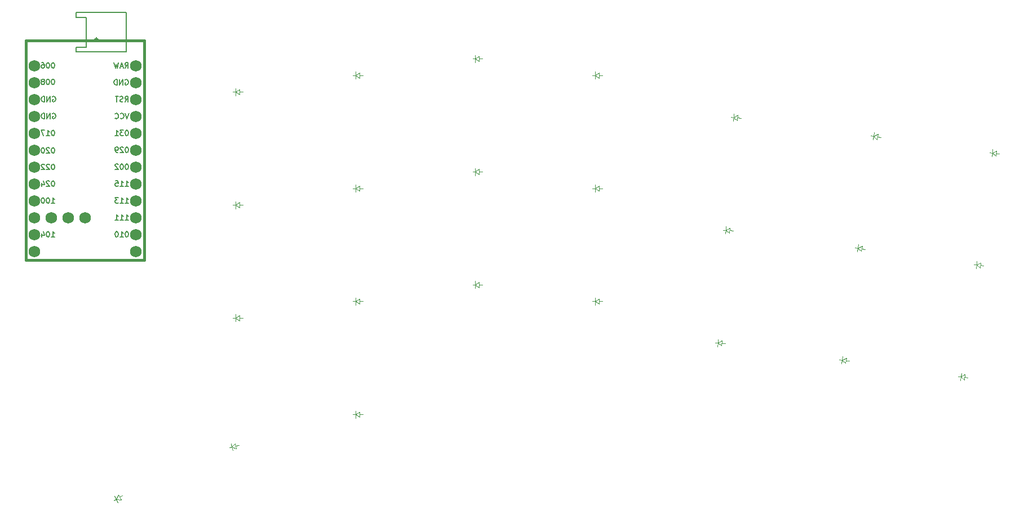
<source format=gbr>
%TF.GenerationSoftware,KiCad,Pcbnew,9.0.3*%
%TF.CreationDate,2025-07-25T16:12:42+02:00*%
%TF.ProjectId,right_pcb,72696768-745f-4706-9362-2e6b69636164,v1.0.0*%
%TF.SameCoordinates,Original*%
%TF.FileFunction,Legend,Bot*%
%TF.FilePolarity,Positive*%
%FSLAX46Y46*%
G04 Gerber Fmt 4.6, Leading zero omitted, Abs format (unit mm)*
G04 Created by KiCad (PCBNEW 9.0.3) date 2025-07-25 16:12:42*
%MOMM*%
%LPD*%
G01*
G04 APERTURE LIST*
%ADD10C,0.150000*%
%ADD11C,0.100000*%
%ADD12C,0.381000*%
%ADD13C,1.752600*%
G04 APERTURE END LIST*
D10*
X253680954Y-103821327D02*
X253604764Y-103821327D01*
X253604764Y-103821327D02*
X253528573Y-103859422D01*
X253528573Y-103859422D02*
X253490478Y-103897517D01*
X253490478Y-103897517D02*
X253452383Y-103973708D01*
X253452383Y-103973708D02*
X253414288Y-104126089D01*
X253414288Y-104126089D02*
X253414288Y-104316565D01*
X253414288Y-104316565D02*
X253452383Y-104468946D01*
X253452383Y-104468946D02*
X253490478Y-104545136D01*
X253490478Y-104545136D02*
X253528573Y-104583232D01*
X253528573Y-104583232D02*
X253604764Y-104621327D01*
X253604764Y-104621327D02*
X253680954Y-104621327D01*
X253680954Y-104621327D02*
X253757145Y-104583232D01*
X253757145Y-104583232D02*
X253795240Y-104545136D01*
X253795240Y-104545136D02*
X253833335Y-104468946D01*
X253833335Y-104468946D02*
X253871431Y-104316565D01*
X253871431Y-104316565D02*
X253871431Y-104126089D01*
X253871431Y-104126089D02*
X253833335Y-103973708D01*
X253833335Y-103973708D02*
X253795240Y-103897517D01*
X253795240Y-103897517D02*
X253757145Y-103859422D01*
X253757145Y-103859422D02*
X253680954Y-103821327D01*
X253109526Y-103897517D02*
X253071430Y-103859422D01*
X253071430Y-103859422D02*
X252995240Y-103821327D01*
X252995240Y-103821327D02*
X252804764Y-103821327D01*
X252804764Y-103821327D02*
X252728573Y-103859422D01*
X252728573Y-103859422D02*
X252690478Y-103897517D01*
X252690478Y-103897517D02*
X252652383Y-103973708D01*
X252652383Y-103973708D02*
X252652383Y-104049898D01*
X252652383Y-104049898D02*
X252690478Y-104164184D01*
X252690478Y-104164184D02*
X253147621Y-104621327D01*
X253147621Y-104621327D02*
X252652383Y-104621327D01*
X252271430Y-104621327D02*
X252119049Y-104621327D01*
X252119049Y-104621327D02*
X252042859Y-104583232D01*
X252042859Y-104583232D02*
X252004763Y-104545136D01*
X252004763Y-104545136D02*
X251928573Y-104430851D01*
X251928573Y-104430851D02*
X251890478Y-104278470D01*
X251890478Y-104278470D02*
X251890478Y-103973708D01*
X251890478Y-103973708D02*
X251928573Y-103897517D01*
X251928573Y-103897517D02*
X251966668Y-103859422D01*
X251966668Y-103859422D02*
X252042859Y-103821327D01*
X252042859Y-103821327D02*
X252195240Y-103821327D01*
X252195240Y-103821327D02*
X252271430Y-103859422D01*
X252271430Y-103859422D02*
X252309525Y-103897517D01*
X252309525Y-103897517D02*
X252347621Y-103973708D01*
X252347621Y-103973708D02*
X252347621Y-104164184D01*
X252347621Y-104164184D02*
X252309525Y-104240374D01*
X252309525Y-104240374D02*
X252271430Y-104278470D01*
X252271430Y-104278470D02*
X252195240Y-104316565D01*
X252195240Y-104316565D02*
X252042859Y-104316565D01*
X252042859Y-104316565D02*
X251966668Y-104278470D01*
X251966668Y-104278470D02*
X251928573Y-104240374D01*
X251928573Y-104240374D02*
X251890478Y-104164184D01*
X253369859Y-91921327D02*
X253636526Y-91540374D01*
X253827002Y-91921327D02*
X253827002Y-91121327D01*
X253827002Y-91121327D02*
X253522240Y-91121327D01*
X253522240Y-91121327D02*
X253446050Y-91159422D01*
X253446050Y-91159422D02*
X253407955Y-91197517D01*
X253407955Y-91197517D02*
X253369859Y-91273708D01*
X253369859Y-91273708D02*
X253369859Y-91387993D01*
X253369859Y-91387993D02*
X253407955Y-91464184D01*
X253407955Y-91464184D02*
X253446050Y-91502279D01*
X253446050Y-91502279D02*
X253522240Y-91540374D01*
X253522240Y-91540374D02*
X253827002Y-91540374D01*
X253065098Y-91692755D02*
X252684145Y-91692755D01*
X253141288Y-91921327D02*
X252874621Y-91121327D01*
X252874621Y-91121327D02*
X252607955Y-91921327D01*
X252417479Y-91121327D02*
X252227003Y-91921327D01*
X252227003Y-91921327D02*
X252074622Y-91349898D01*
X252074622Y-91349898D02*
X251922241Y-91921327D01*
X251922241Y-91921327D02*
X251731765Y-91121327D01*
X242339907Y-112241327D02*
X242797050Y-112241327D01*
X242568478Y-112241327D02*
X242568478Y-111441327D01*
X242568478Y-111441327D02*
X242644669Y-111555612D01*
X242644669Y-111555612D02*
X242720859Y-111631803D01*
X242720859Y-111631803D02*
X242797050Y-111669898D01*
X241844668Y-111441327D02*
X241768478Y-111441327D01*
X241768478Y-111441327D02*
X241692287Y-111479422D01*
X241692287Y-111479422D02*
X241654192Y-111517517D01*
X241654192Y-111517517D02*
X241616097Y-111593708D01*
X241616097Y-111593708D02*
X241578002Y-111746089D01*
X241578002Y-111746089D02*
X241578002Y-111936565D01*
X241578002Y-111936565D02*
X241616097Y-112088946D01*
X241616097Y-112088946D02*
X241654192Y-112165136D01*
X241654192Y-112165136D02*
X241692287Y-112203232D01*
X241692287Y-112203232D02*
X241768478Y-112241327D01*
X241768478Y-112241327D02*
X241844668Y-112241327D01*
X241844668Y-112241327D02*
X241920859Y-112203232D01*
X241920859Y-112203232D02*
X241958954Y-112165136D01*
X241958954Y-112165136D02*
X241997049Y-112088946D01*
X241997049Y-112088946D02*
X242035145Y-111936565D01*
X242035145Y-111936565D02*
X242035145Y-111746089D01*
X242035145Y-111746089D02*
X241997049Y-111593708D01*
X241997049Y-111593708D02*
X241958954Y-111517517D01*
X241958954Y-111517517D02*
X241920859Y-111479422D01*
X241920859Y-111479422D02*
X241844668Y-111441327D01*
X241082763Y-111441327D02*
X241006573Y-111441327D01*
X241006573Y-111441327D02*
X240930382Y-111479422D01*
X240930382Y-111479422D02*
X240892287Y-111517517D01*
X240892287Y-111517517D02*
X240854192Y-111593708D01*
X240854192Y-111593708D02*
X240816097Y-111746089D01*
X240816097Y-111746089D02*
X240816097Y-111936565D01*
X240816097Y-111936565D02*
X240854192Y-112088946D01*
X240854192Y-112088946D02*
X240892287Y-112165136D01*
X240892287Y-112165136D02*
X240930382Y-112203232D01*
X240930382Y-112203232D02*
X241006573Y-112241327D01*
X241006573Y-112241327D02*
X241082763Y-112241327D01*
X241082763Y-112241327D02*
X241158954Y-112203232D01*
X241158954Y-112203232D02*
X241197049Y-112165136D01*
X241197049Y-112165136D02*
X241235144Y-112088946D01*
X241235144Y-112088946D02*
X241273240Y-111936565D01*
X241273240Y-111936565D02*
X241273240Y-111746089D01*
X241273240Y-111746089D02*
X241235144Y-111593708D01*
X241235144Y-111593708D02*
X241197049Y-111517517D01*
X241197049Y-111517517D02*
X241158954Y-111479422D01*
X241158954Y-111479422D02*
X241082763Y-111441327D01*
X242606573Y-106391329D02*
X242530383Y-106391329D01*
X242530383Y-106391329D02*
X242454192Y-106429424D01*
X242454192Y-106429424D02*
X242416097Y-106467519D01*
X242416097Y-106467519D02*
X242378002Y-106543710D01*
X242378002Y-106543710D02*
X242339907Y-106696091D01*
X242339907Y-106696091D02*
X242339907Y-106886567D01*
X242339907Y-106886567D02*
X242378002Y-107038948D01*
X242378002Y-107038948D02*
X242416097Y-107115138D01*
X242416097Y-107115138D02*
X242454192Y-107153234D01*
X242454192Y-107153234D02*
X242530383Y-107191329D01*
X242530383Y-107191329D02*
X242606573Y-107191329D01*
X242606573Y-107191329D02*
X242682764Y-107153234D01*
X242682764Y-107153234D02*
X242720859Y-107115138D01*
X242720859Y-107115138D02*
X242758954Y-107038948D01*
X242758954Y-107038948D02*
X242797050Y-106886567D01*
X242797050Y-106886567D02*
X242797050Y-106696091D01*
X242797050Y-106696091D02*
X242758954Y-106543710D01*
X242758954Y-106543710D02*
X242720859Y-106467519D01*
X242720859Y-106467519D02*
X242682764Y-106429424D01*
X242682764Y-106429424D02*
X242606573Y-106391329D01*
X242035145Y-106467519D02*
X241997049Y-106429424D01*
X241997049Y-106429424D02*
X241920859Y-106391329D01*
X241920859Y-106391329D02*
X241730383Y-106391329D01*
X241730383Y-106391329D02*
X241654192Y-106429424D01*
X241654192Y-106429424D02*
X241616097Y-106467519D01*
X241616097Y-106467519D02*
X241578002Y-106543710D01*
X241578002Y-106543710D02*
X241578002Y-106619900D01*
X241578002Y-106619900D02*
X241616097Y-106734186D01*
X241616097Y-106734186D02*
X242073240Y-107191329D01*
X242073240Y-107191329D02*
X241578002Y-107191329D01*
X241273240Y-106467519D02*
X241235144Y-106429424D01*
X241235144Y-106429424D02*
X241158954Y-106391329D01*
X241158954Y-106391329D02*
X240968478Y-106391329D01*
X240968478Y-106391329D02*
X240892287Y-106429424D01*
X240892287Y-106429424D02*
X240854192Y-106467519D01*
X240854192Y-106467519D02*
X240816097Y-106543710D01*
X240816097Y-106543710D02*
X240816097Y-106619900D01*
X240816097Y-106619900D02*
X240854192Y-106734186D01*
X240854192Y-106734186D02*
X241311335Y-107191329D01*
X241311335Y-107191329D02*
X240816097Y-107191329D01*
X242606573Y-103891327D02*
X242530383Y-103891327D01*
X242530383Y-103891327D02*
X242454192Y-103929422D01*
X242454192Y-103929422D02*
X242416097Y-103967517D01*
X242416097Y-103967517D02*
X242378002Y-104043708D01*
X242378002Y-104043708D02*
X242339907Y-104196089D01*
X242339907Y-104196089D02*
X242339907Y-104386565D01*
X242339907Y-104386565D02*
X242378002Y-104538946D01*
X242378002Y-104538946D02*
X242416097Y-104615136D01*
X242416097Y-104615136D02*
X242454192Y-104653232D01*
X242454192Y-104653232D02*
X242530383Y-104691327D01*
X242530383Y-104691327D02*
X242606573Y-104691327D01*
X242606573Y-104691327D02*
X242682764Y-104653232D01*
X242682764Y-104653232D02*
X242720859Y-104615136D01*
X242720859Y-104615136D02*
X242758954Y-104538946D01*
X242758954Y-104538946D02*
X242797050Y-104386565D01*
X242797050Y-104386565D02*
X242797050Y-104196089D01*
X242797050Y-104196089D02*
X242758954Y-104043708D01*
X242758954Y-104043708D02*
X242720859Y-103967517D01*
X242720859Y-103967517D02*
X242682764Y-103929422D01*
X242682764Y-103929422D02*
X242606573Y-103891327D01*
X242035145Y-103967517D02*
X241997049Y-103929422D01*
X241997049Y-103929422D02*
X241920859Y-103891327D01*
X241920859Y-103891327D02*
X241730383Y-103891327D01*
X241730383Y-103891327D02*
X241654192Y-103929422D01*
X241654192Y-103929422D02*
X241616097Y-103967517D01*
X241616097Y-103967517D02*
X241578002Y-104043708D01*
X241578002Y-104043708D02*
X241578002Y-104119898D01*
X241578002Y-104119898D02*
X241616097Y-104234184D01*
X241616097Y-104234184D02*
X242073240Y-104691327D01*
X242073240Y-104691327D02*
X241578002Y-104691327D01*
X241082763Y-103891327D02*
X241006573Y-103891327D01*
X241006573Y-103891327D02*
X240930382Y-103929422D01*
X240930382Y-103929422D02*
X240892287Y-103967517D01*
X240892287Y-103967517D02*
X240854192Y-104043708D01*
X240854192Y-104043708D02*
X240816097Y-104196089D01*
X240816097Y-104196089D02*
X240816097Y-104386565D01*
X240816097Y-104386565D02*
X240854192Y-104538946D01*
X240854192Y-104538946D02*
X240892287Y-104615136D01*
X240892287Y-104615136D02*
X240930382Y-104653232D01*
X240930382Y-104653232D02*
X241006573Y-104691327D01*
X241006573Y-104691327D02*
X241082763Y-104691327D01*
X241082763Y-104691327D02*
X241158954Y-104653232D01*
X241158954Y-104653232D02*
X241197049Y-104615136D01*
X241197049Y-104615136D02*
X241235144Y-104538946D01*
X241235144Y-104538946D02*
X241273240Y-104386565D01*
X241273240Y-104386565D02*
X241273240Y-104196089D01*
X241273240Y-104196089D02*
X241235144Y-104043708D01*
X241235144Y-104043708D02*
X241197049Y-103967517D01*
X241197049Y-103967517D02*
X241158954Y-103929422D01*
X241158954Y-103929422D02*
X241082763Y-103891327D01*
X242492287Y-98779423D02*
X242568477Y-98741328D01*
X242568477Y-98741328D02*
X242682763Y-98741328D01*
X242682763Y-98741328D02*
X242797049Y-98779423D01*
X242797049Y-98779423D02*
X242873239Y-98855613D01*
X242873239Y-98855613D02*
X242911334Y-98931804D01*
X242911334Y-98931804D02*
X242949430Y-99084185D01*
X242949430Y-99084185D02*
X242949430Y-99198471D01*
X242949430Y-99198471D02*
X242911334Y-99350852D01*
X242911334Y-99350852D02*
X242873239Y-99427042D01*
X242873239Y-99427042D02*
X242797049Y-99503233D01*
X242797049Y-99503233D02*
X242682763Y-99541328D01*
X242682763Y-99541328D02*
X242606572Y-99541328D01*
X242606572Y-99541328D02*
X242492287Y-99503233D01*
X242492287Y-99503233D02*
X242454191Y-99465137D01*
X242454191Y-99465137D02*
X242454191Y-99198471D01*
X242454191Y-99198471D02*
X242606572Y-99198471D01*
X242111334Y-99541328D02*
X242111334Y-98741328D01*
X242111334Y-98741328D02*
X241654191Y-99541328D01*
X241654191Y-99541328D02*
X241654191Y-98741328D01*
X241273239Y-99541328D02*
X241273239Y-98741328D01*
X241273239Y-98741328D02*
X241082763Y-98741328D01*
X241082763Y-98741328D02*
X240968477Y-98779423D01*
X240968477Y-98779423D02*
X240892287Y-98855613D01*
X240892287Y-98855613D02*
X240854192Y-98931804D01*
X240854192Y-98931804D02*
X240816096Y-99084185D01*
X240816096Y-99084185D02*
X240816096Y-99198471D01*
X240816096Y-99198471D02*
X240854192Y-99350852D01*
X240854192Y-99350852D02*
X240892287Y-99427042D01*
X240892287Y-99427042D02*
X240968477Y-99503233D01*
X240968477Y-99503233D02*
X241082763Y-99541328D01*
X241082763Y-99541328D02*
X241273239Y-99541328D01*
X242606573Y-108901327D02*
X242530383Y-108901327D01*
X242530383Y-108901327D02*
X242454192Y-108939422D01*
X242454192Y-108939422D02*
X242416097Y-108977517D01*
X242416097Y-108977517D02*
X242378002Y-109053708D01*
X242378002Y-109053708D02*
X242339907Y-109206089D01*
X242339907Y-109206089D02*
X242339907Y-109396565D01*
X242339907Y-109396565D02*
X242378002Y-109548946D01*
X242378002Y-109548946D02*
X242416097Y-109625136D01*
X242416097Y-109625136D02*
X242454192Y-109663232D01*
X242454192Y-109663232D02*
X242530383Y-109701327D01*
X242530383Y-109701327D02*
X242606573Y-109701327D01*
X242606573Y-109701327D02*
X242682764Y-109663232D01*
X242682764Y-109663232D02*
X242720859Y-109625136D01*
X242720859Y-109625136D02*
X242758954Y-109548946D01*
X242758954Y-109548946D02*
X242797050Y-109396565D01*
X242797050Y-109396565D02*
X242797050Y-109206089D01*
X242797050Y-109206089D02*
X242758954Y-109053708D01*
X242758954Y-109053708D02*
X242720859Y-108977517D01*
X242720859Y-108977517D02*
X242682764Y-108939422D01*
X242682764Y-108939422D02*
X242606573Y-108901327D01*
X242035145Y-108977517D02*
X241997049Y-108939422D01*
X241997049Y-108939422D02*
X241920859Y-108901327D01*
X241920859Y-108901327D02*
X241730383Y-108901327D01*
X241730383Y-108901327D02*
X241654192Y-108939422D01*
X241654192Y-108939422D02*
X241616097Y-108977517D01*
X241616097Y-108977517D02*
X241578002Y-109053708D01*
X241578002Y-109053708D02*
X241578002Y-109129898D01*
X241578002Y-109129898D02*
X241616097Y-109244184D01*
X241616097Y-109244184D02*
X242073240Y-109701327D01*
X242073240Y-109701327D02*
X241578002Y-109701327D01*
X240892287Y-109167993D02*
X240892287Y-109701327D01*
X241082763Y-108863232D02*
X241273240Y-109434660D01*
X241273240Y-109434660D02*
X240778001Y-109434660D01*
X242606573Y-93591327D02*
X242530383Y-93591327D01*
X242530383Y-93591327D02*
X242454192Y-93629422D01*
X242454192Y-93629422D02*
X242416097Y-93667517D01*
X242416097Y-93667517D02*
X242378002Y-93743708D01*
X242378002Y-93743708D02*
X242339907Y-93896089D01*
X242339907Y-93896089D02*
X242339907Y-94086565D01*
X242339907Y-94086565D02*
X242378002Y-94238946D01*
X242378002Y-94238946D02*
X242416097Y-94315136D01*
X242416097Y-94315136D02*
X242454192Y-94353232D01*
X242454192Y-94353232D02*
X242530383Y-94391327D01*
X242530383Y-94391327D02*
X242606573Y-94391327D01*
X242606573Y-94391327D02*
X242682764Y-94353232D01*
X242682764Y-94353232D02*
X242720859Y-94315136D01*
X242720859Y-94315136D02*
X242758954Y-94238946D01*
X242758954Y-94238946D02*
X242797050Y-94086565D01*
X242797050Y-94086565D02*
X242797050Y-93896089D01*
X242797050Y-93896089D02*
X242758954Y-93743708D01*
X242758954Y-93743708D02*
X242720859Y-93667517D01*
X242720859Y-93667517D02*
X242682764Y-93629422D01*
X242682764Y-93629422D02*
X242606573Y-93591327D01*
X241844668Y-93591327D02*
X241768478Y-93591327D01*
X241768478Y-93591327D02*
X241692287Y-93629422D01*
X241692287Y-93629422D02*
X241654192Y-93667517D01*
X241654192Y-93667517D02*
X241616097Y-93743708D01*
X241616097Y-93743708D02*
X241578002Y-93896089D01*
X241578002Y-93896089D02*
X241578002Y-94086565D01*
X241578002Y-94086565D02*
X241616097Y-94238946D01*
X241616097Y-94238946D02*
X241654192Y-94315136D01*
X241654192Y-94315136D02*
X241692287Y-94353232D01*
X241692287Y-94353232D02*
X241768478Y-94391327D01*
X241768478Y-94391327D02*
X241844668Y-94391327D01*
X241844668Y-94391327D02*
X241920859Y-94353232D01*
X241920859Y-94353232D02*
X241958954Y-94315136D01*
X241958954Y-94315136D02*
X241997049Y-94238946D01*
X241997049Y-94238946D02*
X242035145Y-94086565D01*
X242035145Y-94086565D02*
X242035145Y-93896089D01*
X242035145Y-93896089D02*
X241997049Y-93743708D01*
X241997049Y-93743708D02*
X241958954Y-93667517D01*
X241958954Y-93667517D02*
X241920859Y-93629422D01*
X241920859Y-93629422D02*
X241844668Y-93591327D01*
X241120859Y-93934184D02*
X241197049Y-93896089D01*
X241197049Y-93896089D02*
X241235144Y-93857993D01*
X241235144Y-93857993D02*
X241273240Y-93781803D01*
X241273240Y-93781803D02*
X241273240Y-93743708D01*
X241273240Y-93743708D02*
X241235144Y-93667517D01*
X241235144Y-93667517D02*
X241197049Y-93629422D01*
X241197049Y-93629422D02*
X241120859Y-93591327D01*
X241120859Y-93591327D02*
X240968478Y-93591327D01*
X240968478Y-93591327D02*
X240892287Y-93629422D01*
X240892287Y-93629422D02*
X240854192Y-93667517D01*
X240854192Y-93667517D02*
X240816097Y-93743708D01*
X240816097Y-93743708D02*
X240816097Y-93781803D01*
X240816097Y-93781803D02*
X240854192Y-93857993D01*
X240854192Y-93857993D02*
X240892287Y-93896089D01*
X240892287Y-93896089D02*
X240968478Y-93934184D01*
X240968478Y-93934184D02*
X241120859Y-93934184D01*
X241120859Y-93934184D02*
X241197049Y-93972279D01*
X241197049Y-93972279D02*
X241235144Y-94010374D01*
X241235144Y-94010374D02*
X241273240Y-94086565D01*
X241273240Y-94086565D02*
X241273240Y-94238946D01*
X241273240Y-94238946D02*
X241235144Y-94315136D01*
X241235144Y-94315136D02*
X241197049Y-94353232D01*
X241197049Y-94353232D02*
X241120859Y-94391327D01*
X241120859Y-94391327D02*
X240968478Y-94391327D01*
X240968478Y-94391327D02*
X240892287Y-94353232D01*
X240892287Y-94353232D02*
X240854192Y-94315136D01*
X240854192Y-94315136D02*
X240816097Y-94238946D01*
X240816097Y-94238946D02*
X240816097Y-94086565D01*
X240816097Y-94086565D02*
X240854192Y-94010374D01*
X240854192Y-94010374D02*
X240892287Y-93972279D01*
X240892287Y-93972279D02*
X240968478Y-93934184D01*
X253680954Y-106361327D02*
X253604764Y-106361327D01*
X253604764Y-106361327D02*
X253528573Y-106399422D01*
X253528573Y-106399422D02*
X253490478Y-106437517D01*
X253490478Y-106437517D02*
X253452383Y-106513708D01*
X253452383Y-106513708D02*
X253414288Y-106666089D01*
X253414288Y-106666089D02*
X253414288Y-106856565D01*
X253414288Y-106856565D02*
X253452383Y-107008946D01*
X253452383Y-107008946D02*
X253490478Y-107085136D01*
X253490478Y-107085136D02*
X253528573Y-107123232D01*
X253528573Y-107123232D02*
X253604764Y-107161327D01*
X253604764Y-107161327D02*
X253680954Y-107161327D01*
X253680954Y-107161327D02*
X253757145Y-107123232D01*
X253757145Y-107123232D02*
X253795240Y-107085136D01*
X253795240Y-107085136D02*
X253833335Y-107008946D01*
X253833335Y-107008946D02*
X253871431Y-106856565D01*
X253871431Y-106856565D02*
X253871431Y-106666089D01*
X253871431Y-106666089D02*
X253833335Y-106513708D01*
X253833335Y-106513708D02*
X253795240Y-106437517D01*
X253795240Y-106437517D02*
X253757145Y-106399422D01*
X253757145Y-106399422D02*
X253680954Y-106361327D01*
X252919049Y-106361327D02*
X252842859Y-106361327D01*
X252842859Y-106361327D02*
X252766668Y-106399422D01*
X252766668Y-106399422D02*
X252728573Y-106437517D01*
X252728573Y-106437517D02*
X252690478Y-106513708D01*
X252690478Y-106513708D02*
X252652383Y-106666089D01*
X252652383Y-106666089D02*
X252652383Y-106856565D01*
X252652383Y-106856565D02*
X252690478Y-107008946D01*
X252690478Y-107008946D02*
X252728573Y-107085136D01*
X252728573Y-107085136D02*
X252766668Y-107123232D01*
X252766668Y-107123232D02*
X252842859Y-107161327D01*
X252842859Y-107161327D02*
X252919049Y-107161327D01*
X252919049Y-107161327D02*
X252995240Y-107123232D01*
X252995240Y-107123232D02*
X253033335Y-107085136D01*
X253033335Y-107085136D02*
X253071430Y-107008946D01*
X253071430Y-107008946D02*
X253109526Y-106856565D01*
X253109526Y-106856565D02*
X253109526Y-106666089D01*
X253109526Y-106666089D02*
X253071430Y-106513708D01*
X253071430Y-106513708D02*
X253033335Y-106437517D01*
X253033335Y-106437517D02*
X252995240Y-106399422D01*
X252995240Y-106399422D02*
X252919049Y-106361327D01*
X252347621Y-106437517D02*
X252309525Y-106399422D01*
X252309525Y-106399422D02*
X252233335Y-106361327D01*
X252233335Y-106361327D02*
X252042859Y-106361327D01*
X252042859Y-106361327D02*
X251966668Y-106399422D01*
X251966668Y-106399422D02*
X251928573Y-106437517D01*
X251928573Y-106437517D02*
X251890478Y-106513708D01*
X251890478Y-106513708D02*
X251890478Y-106589898D01*
X251890478Y-106589898D02*
X251928573Y-106704184D01*
X251928573Y-106704184D02*
X252385716Y-107161327D01*
X252385716Y-107161327D02*
X251890478Y-107161327D01*
X253414288Y-112241327D02*
X253871431Y-112241327D01*
X253642859Y-112241327D02*
X253642859Y-111441327D01*
X253642859Y-111441327D02*
X253719050Y-111555612D01*
X253719050Y-111555612D02*
X253795240Y-111631803D01*
X253795240Y-111631803D02*
X253871431Y-111669898D01*
X252652383Y-112241327D02*
X253109526Y-112241327D01*
X252880954Y-112241327D02*
X252880954Y-111441327D01*
X252880954Y-111441327D02*
X252957145Y-111555612D01*
X252957145Y-111555612D02*
X253033335Y-111631803D01*
X253033335Y-111631803D02*
X253109526Y-111669898D01*
X252385716Y-111441327D02*
X251890478Y-111441327D01*
X251890478Y-111441327D02*
X252157144Y-111746089D01*
X252157144Y-111746089D02*
X252042859Y-111746089D01*
X252042859Y-111746089D02*
X251966668Y-111784184D01*
X251966668Y-111784184D02*
X251928573Y-111822279D01*
X251928573Y-111822279D02*
X251890478Y-111898470D01*
X251890478Y-111898470D02*
X251890478Y-112088946D01*
X251890478Y-112088946D02*
X251928573Y-112165136D01*
X251928573Y-112165136D02*
X251966668Y-112203232D01*
X251966668Y-112203232D02*
X252042859Y-112241327D01*
X252042859Y-112241327D02*
X252271430Y-112241327D01*
X252271430Y-112241327D02*
X252347621Y-112203232D01*
X252347621Y-112203232D02*
X252385716Y-112165136D01*
X253369858Y-97001327D02*
X253636525Y-96620374D01*
X253827001Y-97001327D02*
X253827001Y-96201327D01*
X253827001Y-96201327D02*
X253522239Y-96201327D01*
X253522239Y-96201327D02*
X253446049Y-96239422D01*
X253446049Y-96239422D02*
X253407954Y-96277517D01*
X253407954Y-96277517D02*
X253369858Y-96353708D01*
X253369858Y-96353708D02*
X253369858Y-96467993D01*
X253369858Y-96467993D02*
X253407954Y-96544184D01*
X253407954Y-96544184D02*
X253446049Y-96582279D01*
X253446049Y-96582279D02*
X253522239Y-96620374D01*
X253522239Y-96620374D02*
X253827001Y-96620374D01*
X253065097Y-96963232D02*
X252950811Y-97001327D01*
X252950811Y-97001327D02*
X252760335Y-97001327D01*
X252760335Y-97001327D02*
X252684144Y-96963232D01*
X252684144Y-96963232D02*
X252646049Y-96925136D01*
X252646049Y-96925136D02*
X252607954Y-96848946D01*
X252607954Y-96848946D02*
X252607954Y-96772755D01*
X252607954Y-96772755D02*
X252646049Y-96696565D01*
X252646049Y-96696565D02*
X252684144Y-96658470D01*
X252684144Y-96658470D02*
X252760335Y-96620374D01*
X252760335Y-96620374D02*
X252912716Y-96582279D01*
X252912716Y-96582279D02*
X252988906Y-96544184D01*
X252988906Y-96544184D02*
X253027001Y-96506089D01*
X253027001Y-96506089D02*
X253065097Y-96429898D01*
X253065097Y-96429898D02*
X253065097Y-96353708D01*
X253065097Y-96353708D02*
X253027001Y-96277517D01*
X253027001Y-96277517D02*
X252988906Y-96239422D01*
X252988906Y-96239422D02*
X252912716Y-96201327D01*
X252912716Y-96201327D02*
X252722239Y-96201327D01*
X252722239Y-96201327D02*
X252607954Y-96239422D01*
X252379382Y-96201327D02*
X251922239Y-96201327D01*
X252150811Y-97001327D02*
X252150811Y-96201327D01*
X242606573Y-101291327D02*
X242530383Y-101291327D01*
X242530383Y-101291327D02*
X242454192Y-101329422D01*
X242454192Y-101329422D02*
X242416097Y-101367517D01*
X242416097Y-101367517D02*
X242378002Y-101443708D01*
X242378002Y-101443708D02*
X242339907Y-101596089D01*
X242339907Y-101596089D02*
X242339907Y-101786565D01*
X242339907Y-101786565D02*
X242378002Y-101938946D01*
X242378002Y-101938946D02*
X242416097Y-102015136D01*
X242416097Y-102015136D02*
X242454192Y-102053232D01*
X242454192Y-102053232D02*
X242530383Y-102091327D01*
X242530383Y-102091327D02*
X242606573Y-102091327D01*
X242606573Y-102091327D02*
X242682764Y-102053232D01*
X242682764Y-102053232D02*
X242720859Y-102015136D01*
X242720859Y-102015136D02*
X242758954Y-101938946D01*
X242758954Y-101938946D02*
X242797050Y-101786565D01*
X242797050Y-101786565D02*
X242797050Y-101596089D01*
X242797050Y-101596089D02*
X242758954Y-101443708D01*
X242758954Y-101443708D02*
X242720859Y-101367517D01*
X242720859Y-101367517D02*
X242682764Y-101329422D01*
X242682764Y-101329422D02*
X242606573Y-101291327D01*
X241578002Y-102091327D02*
X242035145Y-102091327D01*
X241806573Y-102091327D02*
X241806573Y-101291327D01*
X241806573Y-101291327D02*
X241882764Y-101405612D01*
X241882764Y-101405612D02*
X241958954Y-101481803D01*
X241958954Y-101481803D02*
X242035145Y-101519898D01*
X241311335Y-101291327D02*
X240778001Y-101291327D01*
X240778001Y-101291327D02*
X241120859Y-102091327D01*
X253947621Y-98741327D02*
X253680954Y-99541327D01*
X253680954Y-99541327D02*
X253414288Y-98741327D01*
X252690478Y-99465136D02*
X252728574Y-99503232D01*
X252728574Y-99503232D02*
X252842859Y-99541327D01*
X252842859Y-99541327D02*
X252919050Y-99541327D01*
X252919050Y-99541327D02*
X253033336Y-99503232D01*
X253033336Y-99503232D02*
X253109526Y-99427041D01*
X253109526Y-99427041D02*
X253147621Y-99350851D01*
X253147621Y-99350851D02*
X253185717Y-99198470D01*
X253185717Y-99198470D02*
X253185717Y-99084184D01*
X253185717Y-99084184D02*
X253147621Y-98931803D01*
X253147621Y-98931803D02*
X253109526Y-98855612D01*
X253109526Y-98855612D02*
X253033336Y-98779422D01*
X253033336Y-98779422D02*
X252919050Y-98741327D01*
X252919050Y-98741327D02*
X252842859Y-98741327D01*
X252842859Y-98741327D02*
X252728574Y-98779422D01*
X252728574Y-98779422D02*
X252690478Y-98817517D01*
X251890478Y-99465136D02*
X251928574Y-99503232D01*
X251928574Y-99503232D02*
X252042859Y-99541327D01*
X252042859Y-99541327D02*
X252119050Y-99541327D01*
X252119050Y-99541327D02*
X252233336Y-99503232D01*
X252233336Y-99503232D02*
X252309526Y-99427041D01*
X252309526Y-99427041D02*
X252347621Y-99350851D01*
X252347621Y-99350851D02*
X252385717Y-99198470D01*
X252385717Y-99198470D02*
X252385717Y-99084184D01*
X252385717Y-99084184D02*
X252347621Y-98931803D01*
X252347621Y-98931803D02*
X252309526Y-98855612D01*
X252309526Y-98855612D02*
X252233336Y-98779422D01*
X252233336Y-98779422D02*
X252119050Y-98741327D01*
X252119050Y-98741327D02*
X252042859Y-98741327D01*
X252042859Y-98741327D02*
X251928574Y-98779422D01*
X251928574Y-98779422D02*
X251890478Y-98817517D01*
X242339907Y-117321327D02*
X242797050Y-117321327D01*
X242568478Y-117321327D02*
X242568478Y-116521327D01*
X242568478Y-116521327D02*
X242644669Y-116635612D01*
X242644669Y-116635612D02*
X242720859Y-116711803D01*
X242720859Y-116711803D02*
X242797050Y-116749898D01*
X241844668Y-116521327D02*
X241768478Y-116521327D01*
X241768478Y-116521327D02*
X241692287Y-116559422D01*
X241692287Y-116559422D02*
X241654192Y-116597517D01*
X241654192Y-116597517D02*
X241616097Y-116673708D01*
X241616097Y-116673708D02*
X241578002Y-116826089D01*
X241578002Y-116826089D02*
X241578002Y-117016565D01*
X241578002Y-117016565D02*
X241616097Y-117168946D01*
X241616097Y-117168946D02*
X241654192Y-117245136D01*
X241654192Y-117245136D02*
X241692287Y-117283232D01*
X241692287Y-117283232D02*
X241768478Y-117321327D01*
X241768478Y-117321327D02*
X241844668Y-117321327D01*
X241844668Y-117321327D02*
X241920859Y-117283232D01*
X241920859Y-117283232D02*
X241958954Y-117245136D01*
X241958954Y-117245136D02*
X241997049Y-117168946D01*
X241997049Y-117168946D02*
X242035145Y-117016565D01*
X242035145Y-117016565D02*
X242035145Y-116826089D01*
X242035145Y-116826089D02*
X241997049Y-116673708D01*
X241997049Y-116673708D02*
X241958954Y-116597517D01*
X241958954Y-116597517D02*
X241920859Y-116559422D01*
X241920859Y-116559422D02*
X241844668Y-116521327D01*
X240892287Y-116787993D02*
X240892287Y-117321327D01*
X241082763Y-116483232D02*
X241273240Y-117054660D01*
X241273240Y-117054660D02*
X240778001Y-117054660D01*
X253414288Y-114781327D02*
X253871431Y-114781327D01*
X253642859Y-114781327D02*
X253642859Y-113981327D01*
X253642859Y-113981327D02*
X253719050Y-114095612D01*
X253719050Y-114095612D02*
X253795240Y-114171803D01*
X253795240Y-114171803D02*
X253871431Y-114209898D01*
X252652383Y-114781327D02*
X253109526Y-114781327D01*
X252880954Y-114781327D02*
X252880954Y-113981327D01*
X252880954Y-113981327D02*
X252957145Y-114095612D01*
X252957145Y-114095612D02*
X253033335Y-114171803D01*
X253033335Y-114171803D02*
X253109526Y-114209898D01*
X251890478Y-114781327D02*
X252347621Y-114781327D01*
X252119049Y-114781327D02*
X252119049Y-113981327D01*
X252119049Y-113981327D02*
X252195240Y-114095612D01*
X252195240Y-114095612D02*
X252271430Y-114171803D01*
X252271430Y-114171803D02*
X252347621Y-114209898D01*
X253680959Y-116521326D02*
X253604769Y-116521326D01*
X253604769Y-116521326D02*
X253528578Y-116559421D01*
X253528578Y-116559421D02*
X253490483Y-116597516D01*
X253490483Y-116597516D02*
X253452388Y-116673707D01*
X253452388Y-116673707D02*
X253414293Y-116826088D01*
X253414293Y-116826088D02*
X253414293Y-117016564D01*
X253414293Y-117016564D02*
X253452388Y-117168945D01*
X253452388Y-117168945D02*
X253490483Y-117245135D01*
X253490483Y-117245135D02*
X253528578Y-117283231D01*
X253528578Y-117283231D02*
X253604769Y-117321326D01*
X253604769Y-117321326D02*
X253680959Y-117321326D01*
X253680959Y-117321326D02*
X253757150Y-117283231D01*
X253757150Y-117283231D02*
X253795245Y-117245135D01*
X253795245Y-117245135D02*
X253833340Y-117168945D01*
X253833340Y-117168945D02*
X253871436Y-117016564D01*
X253871436Y-117016564D02*
X253871436Y-116826088D01*
X253871436Y-116826088D02*
X253833340Y-116673707D01*
X253833340Y-116673707D02*
X253795245Y-116597516D01*
X253795245Y-116597516D02*
X253757150Y-116559421D01*
X253757150Y-116559421D02*
X253680959Y-116521326D01*
X252652388Y-117321326D02*
X253109531Y-117321326D01*
X252880959Y-117321326D02*
X252880959Y-116521326D01*
X252880959Y-116521326D02*
X252957150Y-116635611D01*
X252957150Y-116635611D02*
X253033340Y-116711802D01*
X253033340Y-116711802D02*
X253109531Y-116749897D01*
X252157149Y-116521326D02*
X252080959Y-116521326D01*
X252080959Y-116521326D02*
X252004768Y-116559421D01*
X252004768Y-116559421D02*
X251966673Y-116597516D01*
X251966673Y-116597516D02*
X251928578Y-116673707D01*
X251928578Y-116673707D02*
X251890483Y-116826088D01*
X251890483Y-116826088D02*
X251890483Y-117016564D01*
X251890483Y-117016564D02*
X251928578Y-117168945D01*
X251928578Y-117168945D02*
X251966673Y-117245135D01*
X251966673Y-117245135D02*
X252004768Y-117283231D01*
X252004768Y-117283231D02*
X252080959Y-117321326D01*
X252080959Y-117321326D02*
X252157149Y-117321326D01*
X252157149Y-117321326D02*
X252233340Y-117283231D01*
X252233340Y-117283231D02*
X252271435Y-117245135D01*
X252271435Y-117245135D02*
X252309530Y-117168945D01*
X252309530Y-117168945D02*
X252347626Y-117016564D01*
X252347626Y-117016564D02*
X252347626Y-116826088D01*
X252347626Y-116826088D02*
X252309530Y-116673707D01*
X252309530Y-116673707D02*
X252271435Y-116597516D01*
X252271435Y-116597516D02*
X252233340Y-116559421D01*
X252233340Y-116559421D02*
X252157149Y-116521326D01*
X253407953Y-93699420D02*
X253484143Y-93661325D01*
X253484143Y-93661325D02*
X253598429Y-93661325D01*
X253598429Y-93661325D02*
X253712715Y-93699420D01*
X253712715Y-93699420D02*
X253788905Y-93775610D01*
X253788905Y-93775610D02*
X253827000Y-93851801D01*
X253827000Y-93851801D02*
X253865096Y-94004182D01*
X253865096Y-94004182D02*
X253865096Y-94118468D01*
X253865096Y-94118468D02*
X253827000Y-94270849D01*
X253827000Y-94270849D02*
X253788905Y-94347039D01*
X253788905Y-94347039D02*
X253712715Y-94423230D01*
X253712715Y-94423230D02*
X253598429Y-94461325D01*
X253598429Y-94461325D02*
X253522238Y-94461325D01*
X253522238Y-94461325D02*
X253407953Y-94423230D01*
X253407953Y-94423230D02*
X253369857Y-94385134D01*
X253369857Y-94385134D02*
X253369857Y-94118468D01*
X253369857Y-94118468D02*
X253522238Y-94118468D01*
X253027000Y-94461325D02*
X253027000Y-93661325D01*
X253027000Y-93661325D02*
X252569857Y-94461325D01*
X252569857Y-94461325D02*
X252569857Y-93661325D01*
X252188905Y-94461325D02*
X252188905Y-93661325D01*
X252188905Y-93661325D02*
X251998429Y-93661325D01*
X251998429Y-93661325D02*
X251884143Y-93699420D01*
X251884143Y-93699420D02*
X251807953Y-93775610D01*
X251807953Y-93775610D02*
X251769858Y-93851801D01*
X251769858Y-93851801D02*
X251731762Y-94004182D01*
X251731762Y-94004182D02*
X251731762Y-94118468D01*
X251731762Y-94118468D02*
X251769858Y-94270849D01*
X251769858Y-94270849D02*
X251807953Y-94347039D01*
X251807953Y-94347039D02*
X251884143Y-94423230D01*
X251884143Y-94423230D02*
X251998429Y-94461325D01*
X251998429Y-94461325D02*
X252188905Y-94461325D01*
X253680954Y-101281327D02*
X253604764Y-101281327D01*
X253604764Y-101281327D02*
X253528573Y-101319422D01*
X253528573Y-101319422D02*
X253490478Y-101357517D01*
X253490478Y-101357517D02*
X253452383Y-101433708D01*
X253452383Y-101433708D02*
X253414288Y-101586089D01*
X253414288Y-101586089D02*
X253414288Y-101776565D01*
X253414288Y-101776565D02*
X253452383Y-101928946D01*
X253452383Y-101928946D02*
X253490478Y-102005136D01*
X253490478Y-102005136D02*
X253528573Y-102043232D01*
X253528573Y-102043232D02*
X253604764Y-102081327D01*
X253604764Y-102081327D02*
X253680954Y-102081327D01*
X253680954Y-102081327D02*
X253757145Y-102043232D01*
X253757145Y-102043232D02*
X253795240Y-102005136D01*
X253795240Y-102005136D02*
X253833335Y-101928946D01*
X253833335Y-101928946D02*
X253871431Y-101776565D01*
X253871431Y-101776565D02*
X253871431Y-101586089D01*
X253871431Y-101586089D02*
X253833335Y-101433708D01*
X253833335Y-101433708D02*
X253795240Y-101357517D01*
X253795240Y-101357517D02*
X253757145Y-101319422D01*
X253757145Y-101319422D02*
X253680954Y-101281327D01*
X253147621Y-101281327D02*
X252652383Y-101281327D01*
X252652383Y-101281327D02*
X252919049Y-101586089D01*
X252919049Y-101586089D02*
X252804764Y-101586089D01*
X252804764Y-101586089D02*
X252728573Y-101624184D01*
X252728573Y-101624184D02*
X252690478Y-101662279D01*
X252690478Y-101662279D02*
X252652383Y-101738470D01*
X252652383Y-101738470D02*
X252652383Y-101928946D01*
X252652383Y-101928946D02*
X252690478Y-102005136D01*
X252690478Y-102005136D02*
X252728573Y-102043232D01*
X252728573Y-102043232D02*
X252804764Y-102081327D01*
X252804764Y-102081327D02*
X253033335Y-102081327D01*
X253033335Y-102081327D02*
X253109526Y-102043232D01*
X253109526Y-102043232D02*
X253147621Y-102005136D01*
X251890478Y-102081327D02*
X252347621Y-102081327D01*
X252119049Y-102081327D02*
X252119049Y-101281327D01*
X252119049Y-101281327D02*
X252195240Y-101395612D01*
X252195240Y-101395612D02*
X252271430Y-101471803D01*
X252271430Y-101471803D02*
X252347621Y-101509898D01*
X242606573Y-91121327D02*
X242530383Y-91121327D01*
X242530383Y-91121327D02*
X242454192Y-91159422D01*
X242454192Y-91159422D02*
X242416097Y-91197517D01*
X242416097Y-91197517D02*
X242378002Y-91273708D01*
X242378002Y-91273708D02*
X242339907Y-91426089D01*
X242339907Y-91426089D02*
X242339907Y-91616565D01*
X242339907Y-91616565D02*
X242378002Y-91768946D01*
X242378002Y-91768946D02*
X242416097Y-91845136D01*
X242416097Y-91845136D02*
X242454192Y-91883232D01*
X242454192Y-91883232D02*
X242530383Y-91921327D01*
X242530383Y-91921327D02*
X242606573Y-91921327D01*
X242606573Y-91921327D02*
X242682764Y-91883232D01*
X242682764Y-91883232D02*
X242720859Y-91845136D01*
X242720859Y-91845136D02*
X242758954Y-91768946D01*
X242758954Y-91768946D02*
X242797050Y-91616565D01*
X242797050Y-91616565D02*
X242797050Y-91426089D01*
X242797050Y-91426089D02*
X242758954Y-91273708D01*
X242758954Y-91273708D02*
X242720859Y-91197517D01*
X242720859Y-91197517D02*
X242682764Y-91159422D01*
X242682764Y-91159422D02*
X242606573Y-91121327D01*
X241844668Y-91121327D02*
X241768478Y-91121327D01*
X241768478Y-91121327D02*
X241692287Y-91159422D01*
X241692287Y-91159422D02*
X241654192Y-91197517D01*
X241654192Y-91197517D02*
X241616097Y-91273708D01*
X241616097Y-91273708D02*
X241578002Y-91426089D01*
X241578002Y-91426089D02*
X241578002Y-91616565D01*
X241578002Y-91616565D02*
X241616097Y-91768946D01*
X241616097Y-91768946D02*
X241654192Y-91845136D01*
X241654192Y-91845136D02*
X241692287Y-91883232D01*
X241692287Y-91883232D02*
X241768478Y-91921327D01*
X241768478Y-91921327D02*
X241844668Y-91921327D01*
X241844668Y-91921327D02*
X241920859Y-91883232D01*
X241920859Y-91883232D02*
X241958954Y-91845136D01*
X241958954Y-91845136D02*
X241997049Y-91768946D01*
X241997049Y-91768946D02*
X242035145Y-91616565D01*
X242035145Y-91616565D02*
X242035145Y-91426089D01*
X242035145Y-91426089D02*
X241997049Y-91273708D01*
X241997049Y-91273708D02*
X241958954Y-91197517D01*
X241958954Y-91197517D02*
X241920859Y-91159422D01*
X241920859Y-91159422D02*
X241844668Y-91121327D01*
X240892287Y-91121327D02*
X241044668Y-91121327D01*
X241044668Y-91121327D02*
X241120859Y-91159422D01*
X241120859Y-91159422D02*
X241158954Y-91197517D01*
X241158954Y-91197517D02*
X241235144Y-91311803D01*
X241235144Y-91311803D02*
X241273240Y-91464184D01*
X241273240Y-91464184D02*
X241273240Y-91768946D01*
X241273240Y-91768946D02*
X241235144Y-91845136D01*
X241235144Y-91845136D02*
X241197049Y-91883232D01*
X241197049Y-91883232D02*
X241120859Y-91921327D01*
X241120859Y-91921327D02*
X240968478Y-91921327D01*
X240968478Y-91921327D02*
X240892287Y-91883232D01*
X240892287Y-91883232D02*
X240854192Y-91845136D01*
X240854192Y-91845136D02*
X240816097Y-91768946D01*
X240816097Y-91768946D02*
X240816097Y-91578470D01*
X240816097Y-91578470D02*
X240854192Y-91502279D01*
X240854192Y-91502279D02*
X240892287Y-91464184D01*
X240892287Y-91464184D02*
X240968478Y-91426089D01*
X240968478Y-91426089D02*
X241120859Y-91426089D01*
X241120859Y-91426089D02*
X241197049Y-91464184D01*
X241197049Y-91464184D02*
X241235144Y-91502279D01*
X241235144Y-91502279D02*
X241273240Y-91578470D01*
X242492285Y-96239422D02*
X242568475Y-96201327D01*
X242568475Y-96201327D02*
X242682761Y-96201327D01*
X242682761Y-96201327D02*
X242797047Y-96239422D01*
X242797047Y-96239422D02*
X242873237Y-96315612D01*
X242873237Y-96315612D02*
X242911332Y-96391803D01*
X242911332Y-96391803D02*
X242949428Y-96544184D01*
X242949428Y-96544184D02*
X242949428Y-96658470D01*
X242949428Y-96658470D02*
X242911332Y-96810851D01*
X242911332Y-96810851D02*
X242873237Y-96887041D01*
X242873237Y-96887041D02*
X242797047Y-96963232D01*
X242797047Y-96963232D02*
X242682761Y-97001327D01*
X242682761Y-97001327D02*
X242606570Y-97001327D01*
X242606570Y-97001327D02*
X242492285Y-96963232D01*
X242492285Y-96963232D02*
X242454189Y-96925136D01*
X242454189Y-96925136D02*
X242454189Y-96658470D01*
X242454189Y-96658470D02*
X242606570Y-96658470D01*
X242111332Y-97001327D02*
X242111332Y-96201327D01*
X242111332Y-96201327D02*
X241654189Y-97001327D01*
X241654189Y-97001327D02*
X241654189Y-96201327D01*
X241273237Y-97001327D02*
X241273237Y-96201327D01*
X241273237Y-96201327D02*
X241082761Y-96201327D01*
X241082761Y-96201327D02*
X240968475Y-96239422D01*
X240968475Y-96239422D02*
X240892285Y-96315612D01*
X240892285Y-96315612D02*
X240854190Y-96391803D01*
X240854190Y-96391803D02*
X240816094Y-96544184D01*
X240816094Y-96544184D02*
X240816094Y-96658470D01*
X240816094Y-96658470D02*
X240854190Y-96810851D01*
X240854190Y-96810851D02*
X240892285Y-96887041D01*
X240892285Y-96887041D02*
X240968475Y-96963232D01*
X240968475Y-96963232D02*
X241082761Y-97001327D01*
X241082761Y-97001327D02*
X241273237Y-97001327D01*
X253414288Y-109701327D02*
X253871431Y-109701327D01*
X253642859Y-109701327D02*
X253642859Y-108901327D01*
X253642859Y-108901327D02*
X253719050Y-109015612D01*
X253719050Y-109015612D02*
X253795240Y-109091803D01*
X253795240Y-109091803D02*
X253871431Y-109129898D01*
X252652383Y-109701327D02*
X253109526Y-109701327D01*
X252880954Y-109701327D02*
X252880954Y-108901327D01*
X252880954Y-108901327D02*
X252957145Y-109015612D01*
X252957145Y-109015612D02*
X253033335Y-109091803D01*
X253033335Y-109091803D02*
X253109526Y-109129898D01*
X251928573Y-108901327D02*
X252309525Y-108901327D01*
X252309525Y-108901327D02*
X252347621Y-109282279D01*
X252347621Y-109282279D02*
X252309525Y-109244184D01*
X252309525Y-109244184D02*
X252233335Y-109206089D01*
X252233335Y-109206089D02*
X252042859Y-109206089D01*
X252042859Y-109206089D02*
X251966668Y-109244184D01*
X251966668Y-109244184D02*
X251928573Y-109282279D01*
X251928573Y-109282279D02*
X251890478Y-109358470D01*
X251890478Y-109358470D02*
X251890478Y-109548946D01*
X251890478Y-109548946D02*
X251928573Y-109625136D01*
X251928573Y-109625136D02*
X251966668Y-109663232D01*
X251966668Y-109663232D02*
X252042859Y-109701327D01*
X252042859Y-109701327D02*
X252233335Y-109701327D01*
X252233335Y-109701327D02*
X252309525Y-109663232D01*
X252309525Y-109663232D02*
X252347621Y-109625136D01*
D11*
%TO.C,D6*%
X365435222Y-102120880D02*
X365831329Y-102176549D01*
X365831329Y-102176549D02*
X365754786Y-102721197D01*
X365831329Y-102176549D02*
X365907874Y-101631902D01*
X365831329Y-102176549D02*
X366481159Y-101863946D01*
X366369819Y-102656161D02*
X365831329Y-102176549D01*
X366425490Y-102260053D02*
X366920624Y-102329640D01*
X366481159Y-101863946D02*
X366369819Y-102656161D01*
%TO.C,D14*%
X305593766Y-107529029D02*
X305993767Y-107529032D01*
X305993767Y-107529032D02*
X305993766Y-106979029D01*
X305993767Y-107529032D02*
X305993768Y-108079033D01*
X305993767Y-107529032D02*
X306593767Y-107129032D01*
X306593767Y-107129032D02*
X306593767Y-107929032D01*
X306593767Y-107529032D02*
X307093768Y-107529035D01*
X306593767Y-107929032D02*
X305993767Y-107529032D01*
%TO.C,D21*%
X269593767Y-112529028D02*
X269993768Y-112529031D01*
X269993768Y-112529031D02*
X269993767Y-111979028D01*
X269993768Y-112529031D02*
X269993769Y-113079032D01*
X269993768Y-112529031D02*
X270593768Y-112129031D01*
X270593768Y-112129031D02*
X270593768Y-112929031D01*
X270593768Y-112529031D02*
X271093769Y-112529034D01*
X270593768Y-112929031D02*
X269993768Y-112529031D01*
%TO.C,D22*%
X269593761Y-95529027D02*
X269993762Y-95529030D01*
X269993762Y-95529030D02*
X269993761Y-94979027D01*
X269993762Y-95529030D02*
X269993763Y-96079031D01*
X269993762Y-95529030D02*
X270593762Y-95129030D01*
X270593762Y-95129030D02*
X270593762Y-95929030D01*
X270593762Y-95529030D02*
X271093763Y-95529033D01*
X270593762Y-95929030D02*
X269993762Y-95529030D01*
%TO.C,D11*%
X323593766Y-110029032D02*
X323993767Y-110029035D01*
X323993767Y-110029035D02*
X323993766Y-109479032D01*
X323993767Y-110029035D02*
X323993768Y-110579036D01*
X323993767Y-110029035D02*
X324593767Y-109629035D01*
X324593767Y-109629035D02*
X324593767Y-110429035D01*
X324593767Y-110029035D02*
X325093768Y-110029038D01*
X324593767Y-110429035D02*
X323993767Y-110029035D01*
%TO.C,D20*%
X269593767Y-129529037D02*
X269993768Y-129529040D01*
X269993768Y-129529040D02*
X269993767Y-128979037D01*
X269993768Y-129529040D02*
X269993769Y-130079041D01*
X269993768Y-129529040D02*
X270593768Y-129129040D01*
X270593768Y-129129040D02*
X270593768Y-129929040D01*
X270593768Y-129529040D02*
X271093769Y-129529043D01*
X270593768Y-129929040D02*
X269993768Y-129529040D01*
D12*
%TO.C,MCU1*%
X238453764Y-87749032D02*
X238453764Y-120769032D01*
X238453764Y-120769032D02*
X256233764Y-120769032D01*
X256233764Y-87749032D02*
X238453764Y-87749032D01*
X256233764Y-120769032D02*
X256233764Y-87749032D01*
D11*
%TO.C,D7*%
X342040048Y-133249388D02*
X342439073Y-133277290D01*
X342439073Y-133277290D02*
X342400706Y-133825950D01*
X342439073Y-133277290D02*
X342477440Y-132728630D01*
X342439073Y-133277290D02*
X343065515Y-132920118D01*
X343009709Y-133718170D02*
X342439073Y-133277290D01*
X343037610Y-133319144D02*
X343536394Y-133354022D01*
X343065515Y-132920118D02*
X343009709Y-133718170D01*
%TO.C,D19*%
X287593769Y-93029034D02*
X287993770Y-93029037D01*
X287993770Y-93029037D02*
X287993769Y-92479034D01*
X287993770Y-93029037D02*
X287993771Y-93579038D01*
X287993770Y-93029037D02*
X288593770Y-92629037D01*
X288593770Y-92629037D02*
X288593770Y-93429037D01*
X288593770Y-93029037D02*
X289093771Y-93029040D01*
X288593770Y-93429037D02*
X287993770Y-93029037D01*
%TO.C,D8*%
X343225901Y-116290799D02*
X343624926Y-116318701D01*
X343624926Y-116318701D02*
X343586559Y-116867361D01*
X343624926Y-116318701D02*
X343663293Y-115770041D01*
X343624926Y-116318701D02*
X344251368Y-115961529D01*
X344195562Y-116759581D02*
X343624926Y-116318701D01*
X344223463Y-116360555D02*
X344722247Y-116395433D01*
X344251368Y-115961529D02*
X344195562Y-116759581D01*
%TO.C,D1*%
X378528159Y-138295114D02*
X378924266Y-138350783D01*
X378924266Y-138350783D02*
X378847723Y-138895431D01*
X378924266Y-138350783D02*
X379000811Y-137806136D01*
X378924266Y-138350783D02*
X379574096Y-138038180D01*
X379462756Y-138830395D02*
X378924266Y-138350783D01*
X379518427Y-138434287D02*
X380013561Y-138503874D01*
X379574096Y-138038180D02*
X379462756Y-138830395D01*
%TO.C,D13*%
X305593772Y-124529027D02*
X305993773Y-124529030D01*
X305993773Y-124529030D02*
X305993772Y-123979027D01*
X305993773Y-124529030D02*
X305993774Y-125079031D01*
X305993773Y-124529030D02*
X306593773Y-124129030D01*
X306593773Y-124129030D02*
X306593773Y-124929030D01*
X306593773Y-124529030D02*
X307093774Y-124529033D01*
X306593773Y-124929030D02*
X305993773Y-124529030D01*
%TO.C,D3*%
X383260049Y-104625989D02*
X383656156Y-104681658D01*
X383656156Y-104681658D02*
X383579613Y-105226306D01*
X383656156Y-104681658D02*
X383732701Y-104137011D01*
X383656156Y-104681658D02*
X384305986Y-104369055D01*
X384194646Y-105161270D02*
X383656156Y-104681658D01*
X384250317Y-104765162D02*
X384745451Y-104834749D01*
X384305986Y-104369055D02*
X384194646Y-105161270D01*
%TO.C,D24*%
X251709505Y-156990973D02*
X252055915Y-156790973D01*
X252055915Y-156790973D02*
X251780915Y-156314659D01*
X252055915Y-156790973D02*
X252330918Y-157267284D01*
X252055915Y-156790973D02*
X252375530Y-156144563D01*
X252375530Y-156144563D02*
X252775530Y-156837383D01*
X252575530Y-156490976D02*
X253008543Y-156240973D01*
X252775530Y-156837383D02*
X252055915Y-156790973D01*
%TO.C,D18*%
X287593773Y-110029030D02*
X287993774Y-110029033D01*
X287993774Y-110029033D02*
X287993773Y-109479030D01*
X287993774Y-110029033D02*
X287993775Y-110579034D01*
X287993774Y-110029033D02*
X288593774Y-109629033D01*
X288593774Y-109629033D02*
X288593774Y-110429033D01*
X288593774Y-110029033D02*
X289093775Y-110029036D01*
X288593774Y-110429033D02*
X287993774Y-110029033D01*
%TO.C,D5*%
X363069289Y-118955428D02*
X363465396Y-119011097D01*
X363465396Y-119011097D02*
X363388853Y-119555745D01*
X363465396Y-119011097D02*
X363541941Y-118466450D01*
X363465396Y-119011097D02*
X364115226Y-118698494D01*
X364003886Y-119490709D02*
X363465396Y-119011097D01*
X364059557Y-119094601D02*
X364554691Y-119164188D01*
X364115226Y-118698494D02*
X364003886Y-119490709D01*
%TO.C,D15*%
X305593767Y-90529032D02*
X305993768Y-90529035D01*
X305993768Y-90529035D02*
X305993767Y-89979032D01*
X305993768Y-90529035D02*
X305993769Y-91079036D01*
X305993768Y-90529035D02*
X306593768Y-90129035D01*
X306593768Y-90129035D02*
X306593768Y-90929035D01*
X306593768Y-90529035D02*
X307093769Y-90529038D01*
X306593768Y-90929035D02*
X305993768Y-90529035D01*
%TO.C,D9*%
X344411766Y-99332209D02*
X344810791Y-99360111D01*
X344810791Y-99360111D02*
X344772424Y-99908771D01*
X344810791Y-99360111D02*
X344849158Y-98811451D01*
X344810791Y-99360111D02*
X345437233Y-99002939D01*
X345381427Y-99800991D02*
X344810791Y-99360111D01*
X345409328Y-99401965D02*
X345908112Y-99436843D01*
X345437233Y-99002939D02*
X345381427Y-99800991D01*
D10*
%TO.C,JST1*%
X245993764Y-83579033D02*
X245993765Y-84279035D01*
X245993765Y-84279035D02*
X247593765Y-84279035D01*
X245993765Y-89479035D02*
X253593764Y-89479035D01*
X245993773Y-88779033D02*
X245993765Y-89479035D01*
X247593765Y-84279035D02*
X247593765Y-88779035D01*
X247593765Y-88779035D02*
X245993773Y-88779033D01*
X248843768Y-87529033D02*
X249343764Y-87529030D01*
X249093771Y-87779033D02*
X249093765Y-87279035D01*
X253593760Y-83579035D02*
X245993764Y-83579033D01*
X253593764Y-89479035D02*
X253593760Y-83579035D01*
D11*
%TO.C,D17*%
X287593765Y-127029031D02*
X287993766Y-127029034D01*
X287993766Y-127029034D02*
X287993765Y-126479031D01*
X287993766Y-127029034D02*
X287993767Y-127579035D01*
X287993766Y-127029034D02*
X288593766Y-126629034D01*
X288593766Y-126629034D02*
X288593766Y-127429034D01*
X288593766Y-127029034D02*
X289093767Y-127029037D01*
X288593766Y-127429034D02*
X287993766Y-127029034D01*
%TO.C,D2*%
X380894100Y-121460553D02*
X381290207Y-121516222D01*
X381290207Y-121516222D02*
X381213664Y-122060870D01*
X381290207Y-121516222D02*
X381366752Y-120971575D01*
X381290207Y-121516222D02*
X381940037Y-121203619D01*
X381828697Y-121995834D02*
X381290207Y-121516222D01*
X381884368Y-121599726D02*
X382379502Y-121669313D01*
X381940037Y-121203619D02*
X381828697Y-121995834D01*
%TO.C,D4*%
X360703343Y-135789991D02*
X361099450Y-135845660D01*
X361099450Y-135845660D02*
X361022907Y-136390308D01*
X361099450Y-135845660D02*
X361175995Y-135301013D01*
X361099450Y-135845660D02*
X361749280Y-135533057D01*
X361637940Y-136325272D02*
X361099450Y-135845660D01*
X361693611Y-135929164D02*
X362188745Y-135998751D01*
X361749280Y-135533057D02*
X361637940Y-136325272D01*
%TO.C,D12*%
X323593764Y-93029036D02*
X323993765Y-93029039D01*
X323993765Y-93029039D02*
X323993764Y-92479036D01*
X323993765Y-93029039D02*
X323993766Y-93579040D01*
X323993765Y-93029039D02*
X324593765Y-92629039D01*
X324593765Y-92629039D02*
X324593765Y-93429039D01*
X324593765Y-93029039D02*
X325093766Y-93029042D01*
X324593765Y-93429039D02*
X323993765Y-93029039D01*
%TO.C,D10*%
X323593771Y-127029041D02*
X323993772Y-127029044D01*
X323993772Y-127029044D02*
X323993771Y-126479041D01*
X323993772Y-127029044D02*
X323993773Y-127579045D01*
X323993772Y-127029044D02*
X324593772Y-126629044D01*
X324593772Y-126629044D02*
X324593772Y-127429044D01*
X324593772Y-127029044D02*
X325093773Y-127029047D01*
X324593772Y-127429044D02*
X323993772Y-127029044D01*
%TO.C,D23*%
X269042825Y-149035736D02*
X269429195Y-148932207D01*
X269429195Y-148932207D02*
X269286847Y-148400945D01*
X269429195Y-148932207D02*
X269571544Y-149463467D01*
X269429195Y-148932207D02*
X269905220Y-148390545D01*
X269905220Y-148390545D02*
X270112278Y-149163285D01*
X270008750Y-148776915D02*
X270491713Y-148647504D01*
X270112278Y-149163285D02*
X269429195Y-148932207D01*
%TO.C,D16*%
X287593762Y-144029027D02*
X287993763Y-144029030D01*
X287993763Y-144029030D02*
X287993762Y-143479027D01*
X287993763Y-144029030D02*
X287993764Y-144579031D01*
X287993763Y-144029030D02*
X288593763Y-143629030D01*
X288593763Y-143629030D02*
X288593763Y-144429030D01*
X288593763Y-144029030D02*
X289093764Y-144029033D01*
X288593763Y-144429030D02*
X287993763Y-144029030D01*
%TD*%
D13*
%TO.C,MCU1*%
X239723764Y-91559032D03*
X239723763Y-94099029D03*
X239723764Y-96639032D03*
X239723764Y-99179032D03*
X239723764Y-101719032D03*
X239723764Y-104259032D03*
X239723764Y-106799032D03*
X239723764Y-109339032D03*
X239723764Y-111879032D03*
X239723764Y-114419032D03*
X239723760Y-116959030D03*
X239723764Y-119499032D03*
X254963764Y-119499032D03*
X254963765Y-116959035D03*
X254963764Y-114419032D03*
X254963764Y-111879032D03*
X254963764Y-109339032D03*
X254963764Y-106799032D03*
X254963764Y-104259032D03*
X254963764Y-101719032D03*
X254963764Y-99179032D03*
X254963764Y-96639032D03*
X254963768Y-94099034D03*
X254963764Y-91559032D03*
X242263764Y-114419032D03*
X244803764Y-114419032D03*
X247343764Y-114419032D03*
%TD*%
M02*

</source>
